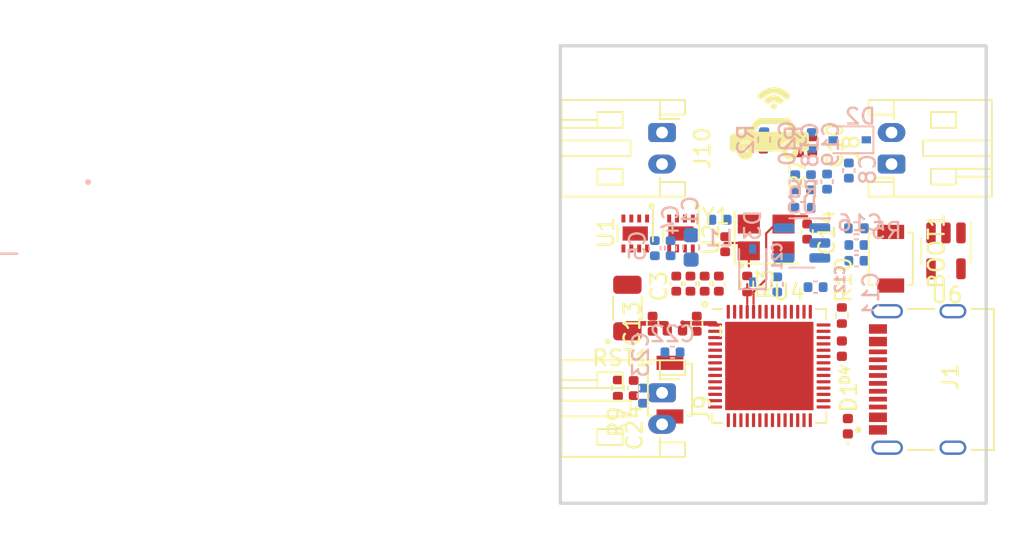
<source format=kicad_pcb>
(kicad_pcb (version 20211014) (generator pcbnew)
  (layers (0 "F.Cu" signal) (1 "In1.Cu" power) (2 "In2.Cu" signal) (31 "B.Cu" signal) (34 "B.Paste" user) (35 "F.Paste" user) (36 "B.SilkS" user "B.Silkscreen") (37 "F.SilkS" user "F.Silkscreen") (38 "B.Mask" user) (39 "F.Mask" user) (44 "Edge.Cuts" user))
  (net 0 "")
  (net 1 "/VBUS")
  (net 2 "+BATT")
  (net 3 "Net-(R5-Pad2)")
  (net 4 "GND")
  (net 5 "Net-(R6-Pad2)")
  (net 6 "Net-(J1-PadA5)")
  (net 7 "/D+")
  (net 8 "/D-")
  (net 10 "Net-(J1-PadB5)")
  (net 12 "+3V3")
  (net 13 "Net-(D4-Pad2)")
  (net 14 "Net-(R10-Pad2)")
  (net 15 "/~{RESET}")
  (net 16 "Net-(R7-Pad1)")
  (net 17 "Net-(D1-Pad1)")
  (net 18 "Net-(R3-Pad2)")
  (net 19 "Net-(C22-Pad1)")
  (net 20 "/MOTORB_OUT1")
  (net 21 "/MOTORB_OUT2")
  (net 22 "/MOTORB_IN1")
  (net 23 "/MOTORA_OUT1")
  (net 24 "/MOTORA_OUT2")
  (net 25 "/MOTORA_IN1")
  (net 26 "/VDDA")
  (net 27 "Net-(C17-Pad1)")
  (net 28 "/VDD3P3")
  (net 29 "/BOOT")
  (net 33 "/MOTORA_IN2")
  (net 34 "/MOTORB_IN2")
  (net 45 "/VDD_SPI")
  (net 65 "Net-(AE1-Pad1)")
  (net 66 "Net-(C15-Pad1)")
  (net 67 "Net-(C14-Pad2)")
  (footprint "Package_SON:WSON-8-1EP_2x2mm_P0.5mm_EP0.9x1.6mm" (layer "F.Cu") (at 178.2 109.4 -90)
    (fp_text reference "U2")
    (fp_text value "DRV8837")
  )
  (footprint "Button_Switch_SMD:SW_SPST_B3U-1000P" (layer "F.Cu") (at 177.5 119.3 90)
    (fp_text reference "RST1")
    (fp_text value "SW_Push")
  )
  (footprint "Capacitor_SMD:C_0402_1005Metric" (layer "F.Cu") (at 177.9 112.58 90)
    (fp_text reference "C3")
    (fp_text value "0.1uF")
  )
  (footprint "Package_TO_SOT_SMD:SOT-23-5" (layer "F.Cu") (at 195 110.5 -90)
    (fp_text reference "U6")
    (fp_text value "AP2112K-3.3")
  )
  (footprint "Capacitor_SMD:C_1206_3216Metric" (layer "F.Cu") (at 174.8 114.125 90)
    (fp_text reference "AE1" hide)
    (fp_text value "Antenna")
  )
  (footprint "Resistor_SMD:R_0402_1005Metric" (layer "F.Cu") (at 174.2 119.2 90)
    (fp_text reference "R9")
    (fp_text value "10k")
  )
  (footprint "Resistor_SMD:R_0402_1005Metric" (layer "F.Cu") (at 185.675 103.7825 -90)
    (fp_text reference "R7")
    (fp_text value "10k")
  )
  (footprint "Package_DFN_QFN:QFN-56-1EP_7x7mm_P0.4mm_EP5.6x5.6mm" (layer "F.Cu") (at 183.8 117.8)
    (fp_text reference "U4")
    (fp_text value "ESP32-S2")
  )
  (footprint "Capacitor_SMD:C_0402_1005Metric" (layer "F.Cu") (at 179.2 115.12 90)
    (fp_text reference "C17" hide)
    (fp_text value "1.8pF")
  )
  (footprint "Capacitor_SMD:C_0402_1005Metric" (layer "F.Cu") (at 186.525 103.7525 -90)
    (fp_text reference "C10")
    (fp_text value "0.1uF")
  )
  (footprint "Connector_JST:JST_PH_S2B-PH-K_1x02_P2.00mm_Horizontal" (layer "F.Cu") (at 177 119.5 -90)
    (fp_text reference "J9")
    (fp_text value "Conn_01x02")
  )
  (footprint "Capacitor_SMD:C_0402_1005Metric" (layer "F.Cu") (at 183.425 103.5725 -90)
    (fp_text reference "C9")
    (fp_text value "0.1uF")
  )
  (footprint "Inductor_SMD:L_0402_1005Metric" (layer "F.Cu") (at 177.815 115.55)
    (fp_text reference "L2" hide)
    (fp_text value "1.8nH")
  )
  (footprint "Capacitor_SMD:C_0402_1005Metric" (layer "F.Cu") (at 176.4 115.12 90)
    (fp_text reference "C13")
    (fp_text value "3.9pF")
  )
  (footprint "Button_Switch_SMD:SW_SPST_B3U-1000P" (layer "F.Cu") (at 191.5 111 90)
    (fp_text reference "BOOT1")
    (fp_text value "SW_Push")
  )
  (footprint "Capacitor_SMD:C_0402_1005Metric" (layer "F.Cu") (at 180.6 112.58 90)
    (fp_text reference "C2" hide)
    (fp_text value "0.1uF")
  )
  (footprint "Capacitor_SMD:C_0402_1005Metric" (layer "F.Cu") (at 181 110.08 90)
    (fp_text reference "C15" hide)
    (fp_text value "12pF")
  )
  (footprint "Crystal:Crystal_SMD_3225-4Pin_3.2x2.5mm" (layer "F.Cu") (at 183.6 109.65)
    (fp_text reference "Y1")
    (fp_text value "12pF/40MHz")
  )
  (footprint "Capacitor_SMD:C_0402_1005Metric" (layer "F.Cu") (at 186.2 109.28 90)
    (fp_text reference "C14")
    (fp_text value "12pF")
  )
  (footprint "Capacitor_SMD:C_0402_1005Metric" (layer "F.Cu") (at 175.2 119.2 -90)
    (fp_text reference "C24")
    (fp_text value "1uF")
  )
  (footprint "LED_SMD:LED_0402_1005Metric" (layer "F.Cu") (at 188.78 121.62 90)
    (fp_text reference "D1")
    (fp_text value "LED")
  )
  (footprint "kicad_footprints:HRO_TYPE-C-31-M-12" (layer "F.Cu") (at 195.439059 118.652503 90)
    (fp_text reference "J1")
    (fp_text value "TYPE-C-31-M-12")
  )
  (footprint "Connector_JST:JST_PH_S2B-PH-K_1x02_P2.00mm_Horizontal" (layer "F.Cu") (at 177 103 -90)
    (fp_text reference "J10")
    (fp_text value "Conn_01x02")
  )
  (footprint "Connector_JST:JST_PH_S2B-PH-K_1x02_P2.00mm_Horizontal" (layer "F.Cu") (at 191.55 105 90)
    (fp_text reference "J8")
    (fp_text value "Conn_01x02")
  )
  (footprint "Resistor_SMD:R_0402_1005Metric" (layer "F.Cu") (at 182.4 112.6 -90)
    (fp_text reference "R3")
    (fp_text value "0R")
  )
  (footprint "Capacitor_SMD:C_0402_1005Metric" (layer "F.Cu") (at 179.7 112.58 90)
    (fp_text reference "C7" hide)
    (fp_text value "0.1uF")
  )
  (footprint "LED_SMD:LED_0402_1005Metric" (layer "F.Cu") (at 188.4 116.7 90)
    (fp_text reference "D4")
    (fp_text value "USR_LED")
  )
  (footprint "Resistor_SMD:R_0402_1005Metric" (layer "F.Cu") (at 188.4 114.6 -90)
    (fp_text reference "R10")
    (fp_text value "1K")
  )
  (footprint "Package_SON:WSON-8-1EP_2x2mm_P0.5mm_EP0.9x1.6mm" (layer "F.Cu") (at 175.3 109.4 -90)
    (fp_text reference "U1")
    (fp_text value "DRV8837")
  )
  (footprint "Capacitor_SMD:C_0402_1005Metric" (layer "F.Cu") (at 178.8 112.58 90)
    (fp_text reference "C6" hide)
    (fp_text value "0.1uF")
  )
  (footprint "Capacitor_SMD:C_0402_1005Metric" (layer "B.Cu") (at 185.4425 106.15 90)
    (fp_text reference "C20")
    (fp_text value "1uF")
  )
  (footprint "Diode_SMD:D_SOD-323" (layer "B.Cu") (at 182.7425 111.43 90)
    (fp_text reference "D3")
    (fp_text value "D_Schottky")
  )
  (footprint "Capacitor_SMD:C_0402_1005Metric" (layer "B.Cu") (at 177.6625 116.93 180)
    (fp_text reference "C22")
    (fp_text value "1uF")
  )
  (footprint "Capacitor_SMD:C_0402_1005Metric" (layer "B.Cu") (at 175.7925 119.68 90)
    (fp_text reference "C23")
    (fp_text value "1uF")
  )
  (footprint "Capacitor_SMD:C_0402_1005Metric" (layer "B.Cu") (at 189.3225 111.13 180)
    (fp_text reference "C11")
    (fp_text value "0.1uF")
  )
  (footprint "Capacitor_SMD:C_0402_1005Metric" (layer "B.Cu") (at 184.3025 112.63 -90)
    (fp_text reference "C21")
    (fp_text value "4.7uF")
  )
  (footprint "Resistor_SMD:R_0402_1005Metric" (layer "B.Cu") (at 183.475 103.45 -90)
    (fp_text reference "R2")
    (fp_text value "5.1k")
  )
  (footprint "Resistor_SMD:R_0402_1005Metric" (layer "B.Cu") (at 186.5 103.5 -90)
    (fp_text reference "R1")
    (fp_text value "5.1k")
  )
  (footprint "Capacitor_SMD:C_0402_1005Metric" (layer "B.Cu") (at 187.4625 106.11 90)
    (fp_text reference "C19")
    (fp_text value "1uF")
  )
  (footprint "Capacitor_SMD:C_0402_1005Metric" (layer "B.Cu") (at 176.5425 110.33 -90)
    (fp_text reference "C5")
    (fp_text value "0.1uF")
  )
  (footprint "Capacitor_SMD:C_0402_1005Metric" (layer "B.Cu") (at 188.8425 105.41 -90)
    (fp_text reference "C8")
    (fp_text value "0.1uF")
  )
  (footprint "Capacitor_SMD:C_0402_1005Metric" (layer "B.Cu") (at 177.5425 110.33 -90)
    (fp_text reference "C4")
    (fp_text value "1uF")
  )
  (footprint "Package_TO_SOT_SMD:SOT-23-5" (layer "B.Cu") (at 185.8625 110 180)
    (fp_text reference "U3")
    (fp_text value "MCP73831-2-OT")
  )
  (footprint "Diode_SMD:D_SOD-323" (layer "B.Cu") (at 188.9 103.46 180)
    (fp_text reference "D2")
    (fp_text value "D_Schottky")
  )
  (footprint "Inductor_SMD:L_0402_1005Metric" (layer "B.Cu") (at 180.6275 108.53)
    (fp_text reference "L1")
    (fp_text value "2nH")
  )
  (footprint "Resistor_SMD:R_0402_1005Metric" (layer "B.Cu") (at 185.9425 107.78 180)
    (fp_text reference "R6")
    (fp_text value "2k")
  )
  (footprint "Capacitor_SMD:C_0402_1005Metric" (layer "B.Cu") (at 189.3225 110.13 180)
    (fp_text reference "C16")
    (fp_text value "1uF")
  )
  (footprint "Resistor_SMD:R_0402_1005Metric" (layer "B.Cu") (at 189.3225 109.07 180)
    (fp_text reference "R5")
    (fp_text value "470R")
  )
  (footprint "Capacitor_SMD:C_0603_1608Metric" (layer "B.Cu") (at 178.8425 110.28 -90)
    (fp_text reference "C1")
    (fp_text value "10uF")
  )
  (footprint "Capacitor_SMD:C_0402_1005Metric" (layer "B.Cu") (at 186.4425 106.15 90)
    (fp_text reference "C18")
    (fp_text value "100pF")
  )
  (footprint "Capacitor_SMD:C_0402_1005Metric" (layer "B.Cu") (at 186.7325 112.8 180)
    (fp_text reference "C12")
    (fp_text value "4.7uF")
  )
  (gr_circle (center 140.61 106.14) (end 140.63 106.16) (layer "B.SilkS") (width 0.15) (fill none))
  (gr_line (start 135.1 110.68) (end 136.12 110.68) (layer "B.SilkS") (width 0.15))
  (gr_poly (pts (xy 184.531125 102.129076) (xy 184.826671 102.133453) (xy 184.919084 102.137266) (xy 184.981953 102.142385) (xy 185.020802 102.148978) (xy 185.041153 102.157211) (xy 185.046808 102.162318) (xy 185.055043 102.171414) (xy 185.065701 102.184276) (xy 185.078619 102.200681) (xy 185.110605 102.24323) (xy 185.149725 102.297275) (xy 185.194703 102.361036) (xy 185.244265 102.432728) (xy 185.297134 102.510568) (xy 185.352035 102.592773) (xy 185.621093 102.999038) (xy 185.893921 102.999511) (xy 186.024172 102.999131) (xy 186.075997 102.999991) (xy 186.119841 103.002915) (xy 186.138976 103.005469) (xy 186.156365 103.008923) (xy 186.17209 103.013403) (xy 186.186234 103.019039) (xy 186.198879 103.025956) (xy 186.21011 103.034283) (xy 186.220008 103.044148) (xy 186.228656 103.055679) (xy 186.236139 103.069003) (xy 186.242537 103.084248) (xy 186.247935 103.101542) (xy 186.252415 103.121013) (xy 186.256061 103.142788) (xy 186.258954 103.166995) (xy 186.262817 103.223216) (xy 186.264666 103.290699) (xy 186.265166 103.370466) (xy 186.26477 103.570938) (xy 186.26477 104.062515) (xy 186.206573 104.11261) (xy 186.197011 104.12062) (xy 186.187843 104.127738) (xy 186.183325 104.130979) (xy 186.178808 104.134016) (xy 186.174261 104.136855) (xy 186.16965 104.139504) (xy 186.164943 104.141969) (xy 186.160109 104.144256) (xy 186.155114 104.146371) (xy 186.149926 104.148322) (xy 186.144513 104.150114) (xy 186.138842 104.151754) (xy 186.132882 104.153249) (xy 186.1266 104.154606) (xy 186.119963 104.155829) (xy 186.11294 104.156927) (xy 186.105497 104.157906) (xy 186.097603 104.158771) (xy 186.080331 104.160189) (xy 186.060865 104.161233) (xy 186.038946 104.161954) (xy 186.014316 104.162405) (xy 185.986716 104.162638) (xy 185.955887 104.162704) (xy 185.763397 104.162704) (xy 185.739792 104.036133) (xy 185.733766 104.007175) (xy 185.726581 103.978813) (xy 185.718264 103.951068) (xy 185.708839 103.923961) (xy 185.698334 103.897515) (xy 185.686775 103.87175) (xy 185.674188 103.846689) (xy 185.660599 103.822352) (xy 185.646034 103.798761) (xy 185.630519 103.775938) (xy 185.614081 103.753905) (xy 185.596746 103.732682) (xy 185.57854 103.712292) (xy 185.559489 103.692755) (xy 185.539619 103.674094) (xy 185.518957 103.65633) (xy 185.497528 103.639484) (xy 185.47536 103.623579) (xy 185.452478 103.608634) (xy 185.428908 103.594673) (xy 185.404676 103.581717) (xy 185.379809 103.569787) (xy 185.354333 103.558904) (xy 185.328274 103.549091) (xy 185.301658 103.540368) (xy 185.274512 103.532757) (xy 185.246862 103.526281) (xy 185.218733 103.520959) (xy 185.190152 103.516815) (xy 185.161145 103.513869) (xy 185.131739 103.512142) (xy 185.101959 103.511657) (xy 185.072577 103.512498) (xy 185.043491 103.514625) (xy 185.014735 103.518011) (xy 184.986341 103.52263) (xy 184.958343 103.528451) (xy 184.930775 103.535449) (xy 184.903669 103.543595) (xy 184.877059 103.552862) (xy 184.850979 103.563221) (xy 184.825462 103.574646) (xy 184.800541 103.587107) (xy 184.776249 103.600578) (xy 184.75262 103.615031) (xy 184.729687 103.630437) (xy 184.707484 103.64677) (xy 184.686044 103.664001) (xy 184.665401 103.682103) (xy 184.645587 103.701048) (xy 184.626635 103.720808) (xy 184.608581 103.741355) (xy 184.591456 103.762661) (xy 184.575294 103.7847) (xy 184.560128 103.807443) (xy 184.545993 103.830862) (xy 184.53292 103.854929) (xy 184.520944 103.879618) (xy 184.510098 103.904899) (xy 184.500415 103.930746) (xy 184.491929 103.95713) (xy 184.484673 103.984024) (xy 184.47868 104.0114) (xy 184.473983 104.03923) (xy 184.457687 104.152313) (xy 183.694915 104.15831) (xy 182.932129 104.164306) (xy 182.932129 104.102005) (xy 182.931355 104.085345) (xy 182.929102 104.066846) (xy 182.925469 104.046765) (xy 182.920556 104.025358) (xy 182.914462 104.002881) (xy 182.907288 103.97959) (xy 182.899133 103.955741) (xy 182.890096 103.931591) (xy 182.880279 103.907395) (xy 182.86978 103.88341) (xy 182.858699 103.859892) (xy 182.847137 103.837097) (xy 182.835192 103.815281) (xy 182.822966 103.794701) (xy 182.810557 103.775611) (xy 182.798065 103.75827) (xy 182.78593 103.743017) (xy 182.77307 103.728108) (xy 182.745303 103.699377) (xy 182.715034 103.672189) (xy 182.68253 103.64666) (xy 182.64806 103.622903) (xy 182.611891 103.601031) (xy 182.574293 103.581159) (xy 182.535532 103.5634) (xy 182.495877 103.547869) (xy 182.455596 103.534678) (xy 182.414958 103.523943) (xy 182.374231 103.515777) (xy 182.333682 103.510293) (xy 182.29358 103.507606) (xy 182.254193 103.50783) (xy 182.234852 103.509069) (xy 182.215789 103.511078) (xy 182.188799 103.51508) (xy 182.162132 103.520191) (xy 182.135816 103.526382) (xy 182.109879 103.533629) (xy 182.084347 103.541904) (xy 182.059248 103.551182) (xy 182.034609 103.561437) (xy 182.010457 103.572641) (xy 181.963723 103.597797) (xy 181.919263 103.62644) (xy 181.877295 103.658361) (xy 181.838035 103.69335) (xy 181.801702 103.731197) (xy 181.768512 103.771694) (xy 181.738682 103.81463) (xy 181.725096 103.836948) (xy 181.712431 103.859797) (xy 181.700715 103.883151) (xy 181.689975 103.906985) (xy 181.680238 103.931271) (xy 181.671532 103.955984) (xy 181.663883 103.981097) (xy 181.657318 104.006585) (xy 181.651866 104.032421) (xy 181.647552 104.058578) (xy 181.642947 104.089598) (xy 181.640723 104.102207) (xy 181.638363 104.113073) (xy 181.635728 104.12234) (xy 181.634263 104.126419) (xy 181.632676 104.130151) (xy 181.63095 104.133556) (xy 181.629067 104.13665) (xy 181.62701 104.139452) (xy 181.624761 104.141979) (xy 181.622303 104.14425) (xy 181.619618 104.146282) (xy 181.616688 104.148094) (xy 181.613496 104.149702) (xy 181.610024 104.151126) (xy 181.606255 104.152383) (xy 181.602171 104.153491) (xy 181.597755 104.154468) (xy 181.587856 104.1561) (xy 181.576416 104.157423) (xy 181.548355 104.159714) (xy 181.536226 104.160472) (xy 181.524843 104.160857) (xy 181.514134 104.160847) (xy 181.504025 104.160419) (xy 181.494444 104.159553) (xy 181.485319 104.158225) (xy 181.476577 104.156415) (xy 181.468145 104.1541) (xy 181.459951 104.151259) (xy 181.451923 104.14787) (xy 181.443988 104.143911) (xy 181.436073 104.139361) (xy 181.428106 104.134197) (xy 181.420015 104.128398) (xy 181.411726 104.121942) (xy 181.403167 104.114807) (xy 181.403335 104.113754) (xy 181.343841 104.062561) (xy 181.343841 103.646072) (xy 181.344912 103.415843) (xy 181.346823 103.340459) (xy 181.350156 103.285827) (xy 181.352476 103.264951) (xy 181.355295 103.24765) (xy 181.35866 103.233388) (xy 181.362619 103.221627) (xy 181.367219 103.211829) (xy 181.372509 103.203457) (xy 181.385345 103.188843) (xy 181.388674 103.185794) (xy 181.392408 103.18281) (xy 181.396583 103.179883) (xy 181.401241 103.177004) (xy 181.406417 103.174167) (xy 181.412153 103.171361) (xy 181.418485 103.16858) (xy 181.425453 103.165815) (xy 181.44145 103.160301) (xy 181.460451 103.154752) (xy 181.482767 103.149105) (xy 181.508705 103.143293) (xy 181.538574 103.137251) (xy 181.572683 103.130915) (xy 181.61134 103.124218) (xy 181.654854 103.117095) (xy 181.703533 103.10948) (xy 181.757687 103.10131) (xy 181.883651 103.083038) (xy 182.062821 103.055835) (xy 182.212982 103.029878) (xy 182.272266 103.018284) (xy 182.318397 103.008101) (xy 182.34829 103) (xy 182.742309 103) (xy 184 103) (xy 184.888256 102.996761) (xy 185.158465 102.993292) (xy 185.257705 102.989105) (xy 185.257751 102.989105) (xy 185.25678 102.986543) (xy 185.253932 102.981204) (xy 185.242985 102.962792) (xy 185.225677 102.935063) (xy 185.202772 102.89921) (xy 185.143238 102.807901) (xy 185.070511 102.69841) (xy 184.883285 102.418655) (xy 183.227142 102.418655) (xy 183.022598 102.662002) (xy 182.867021 102.847782) (xy 182.780212 102.952698) (xy 182.742309 103) (xy 182.34829 103) (xy 182.349406 102.999697) (xy 182.358625 102.996277) (xy 182.363327 102.993438) (xy 182.397243 102.953599) (xy 182.472652 102.863271) (xy 182.703354 102.584778) (xy 182.829745 102.432761) (xy 182.939441 102.302818) (xy 183.020683 102.20874) (xy 183.046957 102.179462) (xy 183.061706 102.164322) (xy 183.0654 102.16127) (xy 183.069468 102.158393) (xy 183.074047 102.155685) (xy 183.079276 102.153141) (xy 183.085293 102.150756) (xy 183.092237 102.148525) (xy 183.100246 102.146442) (xy 183.109458 102.144503) (xy 183.120011 102.142703) (xy 183.132045 102.141036) (xy 183.145696 102.139498) (xy 183.161105 102.138083) (xy 183.178408 102.136787) (xy 183.197744 102.135604) (xy 183.243068 102.133558) (xy 183.298185 102.131904) (xy 183.364201 102.130603) (xy 183.442222 102.129612) (xy 183.533354 102.128893) (xy 183.638705 102.128404) (xy 183.759381 102.128105) (xy 184.051132 102.127914)) (layer "F.SilkS") (width 0.1) (fill solid))
  (gr_poly (pts (xy 182.3056 103.648378) (xy 182.334364 103.650618) (xy 182.36308 103.654564) (xy 182.391679 103.660226) (xy 182.420092 103.667613) (xy 182.44825 103.676734) (xy 182.476084 103.687596) (xy 182.503525 103.70021) (xy 182.530505 103.714585) (xy 182.556954 103.730728) (xy 182.582804 103.74865) (xy 182.607985 103.768358) (xy 182.632429 103.789862) (xy 182.656067 103.813171) (xy 182.672451 103.83102) (xy 182.687674 103.849188) (xy 182.70175 103.867711) (xy 182.714692 103.886623) (xy 182.726513 103.905961) (xy 182.737228 103.925761) (xy 182.746849 103.946056) (xy 182.75539 103.966884) (xy 182.762864 103.98828) (xy 182.769284 104.010278) (xy 182.774665 104.032915) (xy 182.779019 104.056226) (xy 182.78236 104.080247) (xy 182.784701 104.105013) (xy 182.786056 104.130559) (xy 182.786438 104.156921) (xy 182.785773 104.184113) (xy 182.783974 104.210531) (xy 182.781023 104.236214) (xy 182.776905 104.261198) (xy 182.771603 104.285521) (xy 182.7651 104.309223) (xy 182.757379 104.332339) (xy 182.748424 104.35491) (xy 182.738219 104.376971) (xy 182.726746 104.398562) (xy 182.71399 104.41972) (xy 182.699933 104.440482) (xy 182.68456 104.460888) (xy 182.667852 104.480974) (xy 182.649795 104.500779) (xy 182.630371 104.52034) (xy 182.604592 104.543502) (xy 182.577264 104.564656) (xy 182.54854 104.583769) (xy 182.518571 104.600807) (xy 182.487509 104.615738) (xy 182.455507 104.628529) (xy 182.422716 104.639146) (xy 182.38929 104.647558) (xy 182.355379 104.653731) (xy 182.321135 104.657632) (xy 182.286712 104.659228) (xy 182.252261 104.658486) (xy 182.217934 104.655374) (xy 182.183883 104.649859) (xy 182.15026 104.641906) (xy 182.117218 104.631485) (xy 182.090573 104.62112) (xy 182.06487 104.609412) (xy 182.04013 104.596419) (xy 182.016377 104.582197) (xy 181.993632 104.566806) (xy 181.971917 104.5503) (xy 181.951255 104.532739) (xy 181.931667 104.514179) (xy 181.913176 104.494678) (xy 181.895804 104.474293) (xy 181.879574 104.453082) (xy 181.864506 104.431101) (xy 181.850625 104.408408) (xy 181.837951 104.385061) (xy 181.826506 104.361117) (xy 181.816314 104.336633) (xy 181.807397 104.311667) (xy 181.799775 104.286276) (xy 181.793472 104.260517) (xy 181.78851 104.234448) (xy 181.784911 104.208125) (xy 181.782697 104.181608) (xy 181.78189 104.154951) (xy 181.78195 104.152359) (xy 182.080887 104.152359) (xy 182.081213 104.169722) (xy 182.082208 104.186103) (xy 182.083896 104.201548) (xy 182.086302 104.216103) (xy 182.089449 104.229812) (xy 182.093363 104.242723) (xy 182.098067 104.254881) (xy 182.103586 104.266332) (xy 182.109944 104.277122) (xy 182.117166 104.287297) (xy 182.125275 104.296903) (xy 182.134297 104.305985) (xy 182.144255 104.31459) (xy 182.155174 104.322763) (xy 182.167078 104.33055) (xy 182.179992 104.337997) (xy 182.193449 104.344897) (xy 182.206758 104.350896) (xy 182.219939 104.355994) (xy 182.233014 104.36019) (xy 182.246004 104.363484) (xy 182.258929 104.365874) (xy 182.271811 104.367361) (xy 182.284671 104.367944) (xy 182.29753 104.367623) (xy 182.310409 104.366396) (xy 182.323329 104.364264) (xy 182.336312 104.361225) (xy 182.349377 104.35728) (xy 182.362546 104.352427) (xy 182.375841 104.346666) (xy 182.389282 104.339996) (xy 182.389373 104.34082) (xy 182.399742 104.335036) (xy 182.4096 104.32869) (xy 182.418942 104.321811) (xy 182.427765 104.314428) (xy 182.436063 104.306569) (xy 182.443831 104.298264) (xy 182.451064 104.289542) (xy 182.457758 104.280432) (xy 182.463907 104.270962) (xy 182.469506 104.261161) (xy 182.474551 104.251059) (xy 182.479036 104.240685) (xy 182.482957 104.230067) (xy 182.486309 104.219234) (xy 182.489087 104.208215) (xy 182.491285 104.19704) (xy 182.492899 104.185737) (xy 182.493925 104.174336) (xy 182.494356 104.162864) (xy 182.494189 104.151352) (xy 182.493418 104.139827) (xy 182.492038 104.12832) (xy 182.490045 104.116859) (xy 182.487433 104.105472) (xy 182.484198 104.09419) (xy 182.480334 104.08304) (xy 182.475837 104.072052) (xy 182.470701 104.061255) (xy 182.464923 104.050678) (xy 182.458497 104.040349) (xy 182.451417 104.030298) (xy 182.44368 104.020553) (xy 182.43746 104.013393) (xy 182.431139 104.006576) (xy 182.424717 104.000103) (xy 182.418195 103.993972) (xy 182.411574 103.988186) (xy 182.404856 103.982743) (xy 182.39804 103.977644) (xy 182.391129 103.972889) (xy 182.384122 103.968478) (xy 182.377022 103.964412) (xy 182.369828 103.960691) (xy 182.362542 103.957315) (xy 182.355165 103.954285) (xy 182.347697 103.951599) (xy 182.34014 103.949259) (xy 182.332494 103.947265) (xy 182.324762 103.945617) (xy 182.316942 103.944316) (xy 182.309037 103.94336) (xy 182.301047 103.942751) (xy 182.292974 103.942489) (xy 182.284818 103.942574) (xy 182.27658 103.943007) (xy 182.268261 103.943786) (xy 182.259862 103.944914) (xy 182.251384 103.946389) (xy 182.242829 103.948212) (xy 182.234196 103.950383) (xy 182.225487 103.952903) (xy 182.216703 103.955771) (xy 182.207845 103.958988) (xy 182.198913 103.962555) (xy 182.183333 103.969505) (xy 182.169006 103.976855) (xy 182.162303 103.980697) (xy 182.1559 103.984659) (xy 182.149793 103.988748) (xy 182.143979 103.992971) (xy 182.138452 103.997335) (xy 182.133209 104.001847) (xy 182.128244 104.006514) (xy 182.123555 104.011342) (xy 182.119137 104.016338) (xy 182.114984 104.02151) (xy 182.111094 104.026863) (xy 182.107462 104.032406) (xy 182.104083 104.038144) (xy 182.100953 104.044084) (xy 182.098067 104.050234) (xy 182.095423 104.056601) (xy 182.093014 104.06319) (xy 182.090838 104.07001) (xy 182.088889 104.077066) (xy 182.087164 104.084366) (xy 182.085658 104.091916) (xy 182.084366 104.099724) (xy 182.083285 104.107796) (xy 182.08241 104.116139) (xy 182.081262 104.133666) (xy 182.080887 104.152359) (xy 181.78195 104.152359) (xy 181.782512 104.128214) (xy 181.784587 104.101454) (xy 181.788135 104.074727) (xy 181.793178 104.048092) (xy 181.79974 104.021605) (xy 181.807843 103.995323) (xy 181.817508 103.969306) (xy 181.828757 103.943608) (xy 181.841613 103.918289) (xy 181.858196 103.889789) (xy 181.87604 103.862828) (xy 181.895076 103.837413) (xy 181.915236 103.813553) (xy 181.936451 103.791258) (xy 181.958651 103.770536) (xy 181.981769 103.751397) (xy 182.005734 103.733849) (xy 182.030478 103.7179) (xy 182.055932 103.703561) (xy 182.082028 103.69084) (xy 182.108695 103.679745) (xy 182.135866 103.670286) (xy 182.163471 103.662471) (xy 182.191442 103.65631) (xy 182.219709 103.651811) (xy 182.248204 103.648984) (xy 182.276857 103.647836)) (layer "F.SilkS") (width 0.1) (fill solid))
  (gr_circle (center 179.7 113.89) (end 179.75 113.94) (layer "F.SilkS") (width 0.15) (fill none))
  (gr_circle (center 179.22 107.66) (end 179.25 107.68) (layer "F.SilkS") (width 0.15) (fill none))
  (gr_poly (pts (xy 184.093057 101.192456) (xy 184.103429 101.193531) (xy 184.113779 101.195392) (xy 184.12406 101.198052) (xy 184.134229 101.201526) (xy 184.144238 101.205826) (xy 184.154045 101.210969) (xy 184.163602 101.216966) (xy 184.172865 101.223832) (xy 184.18179 101.231582) (xy 184.19033 101.240228) (xy 184.19844 101.249786) (xy 184.203109 101.255976) (xy 184.207422 101.262224) (xy 184.21138 101.268522) (xy 184.214984 101.274867) (xy 184.218235 101.281251) (xy 184.221132 101.28767) (xy 184.223678 101.294117) (xy 184.225872 101.300587) (xy 184.227715 101.307075) (xy 184.229208 101.313574) (xy 184.230352 101.320078) (xy 184.231147 101.326583) (xy 184.231594 101.333083) (xy 184.231693 101.339571) (xy 184.231445 101.346042) (xy 184.230852 101.352491) (xy 184.229913 101.358912) (xy 184.228629 101.365298) (xy 184.227001 101.371645) (xy 184.22503 101.377946) (xy 184.222716 101.384196) (xy 184.22006 101.39039) (xy 184.217063 101.396521) (xy 184.213725 101.402584) (xy 184.210046 101.408573) (xy 184.206029 101.414483) (xy 184.201673 101.420307) (xy 184.196978 101.426041) (xy 184.191947 101.431678) (xy 184.186579 101.437212) (xy 184.180874 101.442639) (xy 184.174835 101.447952) (xy 184.165632 101.455322) (xy 184.156525 101.461793) (xy 184.147484 101.46737) (xy 184.14298 101.469823) (xy 184.13848 101.472053) (xy 184.133982 101.47406) (xy 184.129481 101.475845) (xy 184.124975 101.477408) (xy 184.120459 101.47875) (xy 184.115929 101.479869) (xy 184.111383 101.480768) (xy 184.106815 101.481446) (xy 184.102222 101.481903) (xy 184.097601 101.48214) (xy 184.092948 101.482156) (xy 184.088258 101.481954) (xy 184.083529 101.481531) (xy 184.078756 101.48089) (xy 184.073936 101.48003) (xy 184.069065 101.478951) (xy 184.064139 101.477654) (xy 184.059155 101.476139) (xy 184.054108 101.474406) (xy 184.043812 101.470289) (xy 184.033222 101.465306) (xy 184.022308 101.459457) (xy 184.022339 101.459488) (xy 184.012005 101.453403) (xy 184.002649 101.447397) (xy 183.994227 101.44139) (xy 183.990354 101.438361) (xy 183.986697 101.435301) (xy 183.983252 101.432201) (xy 183.980014 101.42905) (xy 183.976976 101.425839) (xy 183.974134 101.422556) (xy 183.971482 101.419193) (xy 183.969014 101.41574) (xy 183.966726 101.412185) (xy 183.964611 101.40852) (xy 183.962664 101.404733) (xy 183.96088 101.400816) (xy 183.959253 101.396757) (xy 183.957778 101.392547) (xy 183.95645 101.388176) (xy 183.955262 101.383634) (xy 183.95421 101.378911) (xy 183.953288 101.373996) (xy 183.95249 101.36888) (xy 183.951812 101.363552) (xy 183.95079 101.352223) (xy 183.950179 101.339927) (xy 183.949936 101.326584) (xy 183.950355 101.31439) (xy 183.9517 101.302688) (xy 183.953925 101.291493) (xy 183.956986 101.280817) (xy 183.960837 101.270676) (xy 183.965433 101.261083) (xy 183.970729 101.252053) (xy 183.97668 101.243598) (xy 183.98324 101.235733) (xy 183.990364 101.228472) (xy 183.998007 101.221829) (xy 184.006125 101.215818) (xy 184.014671 101.210453) (xy 184.023601 101.205747) (xy 184.032869 101.201716) (xy 184.042431 101.198372) (xy 184.05224 101.195729) (xy 184.062253 101.193803) (xy 184.072423 101.192605) (xy 184.082706 101.192152)) (layer "F.SilkS") (width 0.1) (fill solid))
  (gr_poly (pts (xy 184.125005 100.681871) (xy 184.145014 100.683016) (xy 184.164413 100.685043) (xy 184.200646 100.690889) (xy 184.237535 100.699013) (xy 184.274771 100.709244) (xy 184.312047 100.72141) (xy 184.349055 100.73534) (xy 184.385486 100.750862) (xy 184.421034 100.767804) (xy 184.455389 100.785995) (xy 184.488244 100.805264) (xy 184.519291 100.825437) (xy 184.548222 100.846345) (xy 184.574729 100.867815) (xy 184.598504 100.889676) (xy 184.61924 100.911756) (xy 184.636628 100.933883) (xy 184.65036 100.955887) (xy 184.654447 100.963705) (xy 184.65782 100.97085) (xy 184.659222 100.974209) (xy 184.660424 100.977444) (xy 184.661419 100.980572) (xy 184.662202 100.983606) (xy 184.662764 100.986563) (xy 184.663099 100.989457) (xy 184.6632 100.992302) (xy 184.66306 100.995115) (xy 184.662671 100.99791) (xy 184.662028 101.000702) (xy 184.661124 101.003507) (xy 184.65995 101.006338) (xy 184.658501 101.009211) (xy 184.656769 101.012142) (xy 184.654747 101.015145) (xy 184.652429 101.018235) (xy 184.649807 101.021427) (xy 184.646875 101.024737) (xy 184.643625 101.028178) (xy 184.640052 101.031767) (xy 184.631903 101.039447) (xy 184.622374 101.047896) (xy 184.611409 101.057234) (xy 184.598953 101.067581) (xy 184.581588 101.081524) (xy 184.565441 101.09362) (xy 184.550316 101.103869) (xy 184.543076 101.108303) (xy 184.536019 101.112277) (xy 184.529119 101.115791) (xy 184.522354 101.118845) (xy 184.515698 101.121441) (xy 184.509126 101.123578) (xy 184.502616 101.125256) (xy 184.496141 101.126477) (xy 184.489679 101.12724) (xy 184.483204 101.127546) (xy 184.476692 101.127395) (xy 184.470118 101.126788) (xy 184.463459 101.125725) (xy 184.45669 101.124207) (xy 184.449787 101.122233) (xy 184.442724 101.119804) (xy 184.435479 101.116921) (xy 184.428025 101.113584) (xy 184.42034 101.109793) (xy 184.412399 101.105549) (xy 184.395649 101.095703) (xy 184.377582 101.084048) (xy 184.358001 101.070587) (xy 184.326384 101.049692) (xy 184.294244 101.031555) (xy 184.261659 101.016176) (xy 184.228706 101.003556) (xy 184.195462 100.993695) (xy 184.162005 100.986595) (xy 184.12841 100.982256) (xy 184.094755 100.980678) (xy 184.061117 100.981864) (xy 184.027573 100.985813) (xy 183.9942 100.992526) (xy 183.961075 101.002004) (xy 183.928275 101.014248) (xy 183.895877 101.029258) (xy 183.863958 101.047035) (xy 183.832596 101.067581) (xy 183.813322 101.080902) (xy 183.795608 101.09252) (xy 183.77926 101.102451) (xy 183.764083 101.110706) (xy 183.756872 101.114211) (xy 183.749882 101.117301) (xy 183.743086 101.11998) (xy 183.736462 101.122249) (xy 183.729984 101.12411) (xy 183.723628 101.125564) (xy 183.717371 101.126614) (xy 183.711187 101.12726) (xy 183.705053 101.127505) (xy 183.698943 101.12735) (xy 183.692834 101.126797) (xy 183.686701 101.125848) (xy 183.680521 101.124505) (xy 183.674268 101.122768) (xy 183.667918 101.120641) (xy 183.661447 101.118124) (xy 183.648045 101.11193) (xy 183.633866 101.104199) (xy 183.618717 101.094945) (xy 183.602401 101.084183) (xy 183.602356 101.083313) (xy 183.587276 101.072824) (xy 183.573894 101.062899) (xy 183.562176 101.053453) (xy 183.556931 101.048882) (xy 183.552089 101.044397) (xy 183.547648 101.039989) (xy 183.543601 101.035645) (xy 183.539947 101.031356) (xy 183.536679 101.027111) (xy 183.533795 101.022898) (xy 183.53129 101.018706) (xy 183.52916 101.014526) (xy 183.527401 101.010345) (xy 183.526008 101.006154) (xy 183.524979 101.00194) (xy 183.524308 100.997695) (xy 183.523992 100.993405) (xy 183.524026 100.989061) (xy 183.524406 100.984652) (xy 183.525129 100.980167) (xy 183.52619 100.975595) (xy 183.527584 100.970925) (xy 183.529309 100.966147) (xy 183.53136 100.961249) (xy 183.533732 100.95622) (xy 183.536422 100.951051) (xy 183.539425 100.945729) (xy 183.546356 100.934585) (xy 183.556059 100.920807) (xy 183.566997 100.907167) (xy 183.579107 100.893689) (xy 183.59233 100.880398) (xy 183.606603 100.86732) (xy 183.621865 100.854478) (xy 183.655109 100.829606) (xy 183.691571 100.805978) (xy 183.730759 100.783795) (xy 183.772182 100.763254) (xy 183.815347 100.744554) (xy 183.859764 100.727894) (xy 183.90494 100.713471) (xy 183.950384 100.701485) (xy 183.995604 100.692133) (xy 184.040109 100.685615) (xy 184.083407 100.682128) (xy 184.104449 100.681583)) (layer "F.SilkS") (width 0.1) (fill solid))
  (gr_circle (center 176.34 107.66) (end 176.37 107.69) (layer "F.SilkS") (width 0.15) (fill none))
  (gr_line (start 180.7025 115.28) (end 180.7025 115.88) (layer "F.SilkS") (width 0.15))
  (gr_poly (pts (xy 185.138614 103.648525) (xy 185.167883 103.651347) (xy 185.196916 103.655918) (xy 185.225639 103.662223) (xy 185.253975 103.670247) (xy 185.281849 103.679977) (xy 185.309184 103.691399) (xy 185.335904 103.704497) (xy 185.361933 103.719257) (xy 185.387196 103.735666) (xy 185.411616 103.753709) (xy 185.435117 103.773371) (xy 185.457624 103.794638) (xy 185.47906 103.817497) (xy 185.499349 103.841932) (xy 185.518416 103.86793) (xy 185.536184 103.895476) (xy 185.552577 103.924555) (xy 185.56752 103.955154) (xy 185.5824 103.991813) (xy 185.594013 104.028597) (xy 185.602464 104.065393) (xy 185.607856 104.10209) (xy 185.610295 104.138574) (xy 185.609885 104.174733) (xy 185.60673 104.210454) (xy 185.600934 104.245625) (xy 185.592602 104.280131) (xy 185.581839 104.313862) (xy 185.568748 104.346704) (xy 185.553433 104.378545) (xy 185.536001 104.409271) (xy 185.516554 104.438771) (xy 185.495197 104.466931) (xy 185.472034 104.493639) (xy 185.447171 104.518782) (xy 185.42071 104.542247) (xy 185.392757 104.563922) (xy 185.363417 104.583694) (xy 185.332792 104.60145) (xy 185.300988 104.617078) (xy 185.26811 104.630464) (xy 185.234261 104.641497) (xy 185.199546 104.650064) (xy 185.164069 104.656051) (xy 185.127934 104.659346) (xy 185.091247 104.659837) (xy 185.054111 104.65741) (xy 185.016631 104.651954) (xy 184.978911 104.643355) (xy 184.941055 104.6315) (xy 184.941055 104.631485) (xy 184.908796 104.618794) (xy 184.878013 104.604331) (xy 184.848726 104.588185) (xy 184.820957 104.570449) (xy 184.794727 104.551216) (xy 184.770059 104.530575) (xy 184.746972 104.50862) (xy 184.72549 104.485441) (xy 184.705632 104.461131) (xy 184.687421 104.435781) (xy 184.670878 104.409483) (xy 184.656025 104.382328) (xy 184.642883 104.354409) (xy 184.631472 104.325816) (xy 184.621816 104.296642) (xy 184.613935 104.266979) (xy 184.607851 104.236918) (xy 184.603585 104.20655) (xy 184.601158 104.175968) (xy 184.600779 104.155423) (xy 184.891642 104.155423) (xy 184.892059 104.163625) (xy 184.893099 104.171859) (xy 184.894771 104.180246) (xy 184.897086 104.188908) (xy 184.900055 104.197967) (xy 184.903687 104.207545) (xy 184.907993 104.217765) (xy 184.912984 104.228748) (xy 184.91867 104.240616) (xy 184.92559 104.253948) (xy 184.932927 104.266576) (xy 184.940664 104.278495) (xy 184.948779 104.289701) (xy 184.957253 104.300191) (xy 184.966067 104.309962) (xy 184.9752 104.31901) (xy 184.984632 104.327331) (xy 184.994345 104.334922) (xy 185.004317 104.341779) (xy 185.01453 104.347899) (xy 185.024963 104.353278) (xy 185.035597 104.357913) (xy 185.046412 104.361799) (xy 185.057387 104.364935) (xy 185.068504 104.367315) (xy 185.079742 104.368937) (xy 185.091082 104.369796) (xy 185.102504 104.36989) (xy 185.113988 104.369215) (xy 185.125514 104.367767) (xy 185.137062 104.365543) (xy 185.148613 104.362539) (xy 185.160146 104.358751) (xy 185.171643 104.354176) (xy 185.183083 104.348811) (xy 185.194446 104.342652) (xy 185.205713 104.335695) (xy 185.216864 104.327937) (xy 185.227878 104.319374) (xy 185.238737 104.310003) (xy 185.24942 104.29982) (xy 185.249435 104.29982) (xy 185.257786 104.291194) (xy 185.265626 104.282529) (xy 185.272956 104.273827) (xy 185.279775 104.265092) (xy 185.286083 104.256326) (xy 185.291881 104.247531) (xy 185.297167 104.23871) (xy 185.301943 104.229865) (xy 185.306207 104.220999) (xy 185.30996 104.212115) (xy 185.313201 104.203214) (xy 185.315931 104.1943) (xy 185.318149 104.185375) (xy 185.319856 104.176441) (xy 185.321051 104.167501) (xy 185.321733 104.158558) (xy 185.321904 104.149613) (xy 185.321562 104.140671) (xy 185.320708 104.131732) (xy 185.319342 104.1228) (xy 185.317463 104.113877) (xy 185.315072 104.104965) (xy 185.312168 104.096068) (xy 185.308751 104.087187) (xy 185.304821 104.078326) (xy 185.300378 104.069486) (xy 185.295421 104.06067) (xy 185.289952 104.051881) (xy 185.283969 104.043122) (xy 185.277473 104.034394) (xy 185.270463 104.025701) (xy 185.262939 104.017044) (xy 185.252079 104.005723) (xy 185.240801 103.995357) (xy 185.229143 103.985938) (xy 185.217147 103.977457) (xy 185.204851 103.969906) (xy 185.192296 103.963278) (xy 185.179522 103.957564) (xy 185.166568 103.952757) (xy 185.153473 103.948849) (xy 185.140279 103.945831) (xy 185.127024 103.943696) (xy 185.113749 103.942436) (xy 185.100494 103.942042) (xy 185.087297 103.942507) (xy 185.0742 103.943823) (xy 185.061241 103.945982) (xy 185.048461 103.948975) (xy 185.035899 103.952796) (xy 185.023596 103.957435) (xy 185.011591 103.962885) (xy 184.999923 103.969138) (xy 184.988634 103.976186) (xy 184.977762 103.984022) (xy 184.967347 103.992636) (xy 184.957429 104.002021) (xy 184.948049 104.012169) (xy 184.939245 104.023073) (xy 184.931058 104.034723) (xy 184.923528 104.047113) (xy 184.916693 104.060234) (xy 184.910595 104.074079) (xy 184.905273 104.088638) (xy 184.901625 104.100037) (xy 184.898526 104.110612) (xy 184.895988 104.120488) (xy 184.89402 104.129785) (xy 184.892632 104.138625) (xy 184.891836 104.14713) (xy 184.891642 104.155423) (xy 184.600779 104.155423) (xy 184.600592 104.145263) (xy 184.601909 104.114527) (xy 184.60513 104.083851) (xy 184.610276 104.053328) (xy 184.617368 104.023048) (xy 184.626429 103.993104) (xy 184.637479 103.963588) (xy 184.650541 103.93459) (xy 184.665635 103.906204) (xy 184.682783 103.878519) (xy 184.702006 103.851629) (xy 184.723326 103.825625) (xy 184.746765 103.800598) (xy 184.77134 103.777441) (xy 184.796745 103.756234) (xy 184.822903 103.73696) (xy 184.849738 103.719606) (xy 184.877174 103.704159) (xy 184.905135 103.690602) (xy 184.933546 103.678923) (xy 184.96233 103.669106) (xy 184.991411 103.661138) (xy 185.020713 103.655004) (xy 185.05016 103.65069) (xy 185.079677 103.648182) (xy 185.109187 103.647465)) (layer "F.SilkS") (width 0.1) (fill solid))
  (gr_circle (center 182.03 111.43) (end 182.05 111.44) (layer "F.SilkS") (width 0.15) (fill none))
  (gr_circle (center 173.56 116.24) (end 173.65 116.29) (layer "F.SilkS") (width 0.15) (fill none))
  (gr_poly (pts (xy 184.229227 100.185865) (xy 184.327857 100.200717) (xy 184.42494 100.223699) (xy 184.520021 100.254763) (xy 184.612647 100.29386) (xy 184.702365 100.34094) (xy 184.788719 100.395954) (xy 184.871257 100.458852) (xy 184.949524 100.529587) (xy 184.978051 100.558133) (xy 185.004671 100.585725) (xy 185.028801 100.611692) (xy 185.049854 100.635362) (xy 185.067247 100.656063) (xy 185.080394 100.673123) (xy 185.085193 100.680078) (xy 185.088711 100.685871) (xy 185.090876 100.690417) (xy 185.091613 100.693634) (xy 185.091378 100.696582) (xy 185.090682 100.699792) (xy 185.089542 100.703247) (xy 185.087974 100.706932) (xy 185.085996 100.710832) (xy 185.083624 100.714929) (xy 185.077764 100.723657) (xy 185.070526 100.732991) (xy 185.062044 100.742803) (xy 185.052449 100.752969) (xy 185.041874 100.763363) (xy 185.030451 100.773858) (xy 185.018315 100.78433) (xy 185.005596 100.794652) (xy 184.992428 100.804699) (xy 184.978942 100.814344) (xy 184.965273 100.823462) (xy 184.951552 100.831928) (xy 184.937912 100.839615) (xy 184.928789 100.84437) (xy 184.924543 100.84644) (xy 184.92047 100.848285) (xy 184.916542 100.849894) (xy 184.912731 100.85125) (xy 184.90901 100.852342) (xy 184.905351 100.853154) (xy 184.901725 100.853673) (xy 184.898105 100.853885) (xy 184.894463 100.853777) (xy 184.890771 100.853334) (xy 184.887002 100.852543) (xy 184.883126 100.851389) (xy 184.879118 100.84986) (xy 184.874948 100.84794) (xy 184.870589 100.845617) (xy 184.866013 100.842876) (xy 184.861193 100.839704) (xy 184.856099 100.836087) (xy 184.850705 100.832011) (xy 184.844983 100.827461) (xy 184.838904 100.822425) (xy 184.832441 100.816889) (xy 184.818251 100.804258) (xy 184.80219 100.78946) (xy 184.784036 100.772382) (xy 184.763565 100.752914) (xy 184.726599 100.719149) (xy 184.688787 100.687529) (xy 184.650186 100.658054) (xy 184.610852 100.630726) (xy 184.570842 100.605543) (xy 184.530212 100.582508) (xy 184.489018 100.561621) (xy 184.447319 100.542883) (xy 184.405169 100.526293) (xy 184.362626 100.511853) (xy 184.319747 100.499563) (xy 184.276587 100.489424) (xy 184.233204 100.481436) (xy 184.189654 100.4756) (xy 184.145994 100.471917) (xy 184.102279 100.470386) (xy 184.058568 100.47101) (xy 184.014916 100.473788) (xy 183.97138 100.47872) (xy 183.928017 100.485808) (xy 183.884883 100.495053) (xy 183.842035 100.506454) (xy 183.79953 100.520012) (xy 183.757423 100.535728) (xy 183.715772 100.553603) (xy 183.674633 100.573636) (xy 183.634063 100.59583) (xy 183.594119 100.620183) (xy 183.554856 100.646698) (xy 183.516332 100.675374) (xy 183.478603 100.706211) (xy 183.441726 100.739212) (xy 183.415056 100.763759) (xy 183.389381 100.786664) (xy 183.36532 100.807425) (xy 183.34349 100.825538) (xy 183.32451 100.840502) (xy 183.308998 100.851813) (xy 183.302735 100.855942) (xy 183.297571 100.858968) (xy 183.293583 100.860831) (xy 183.290847 100.861465) (xy 183.289701 100.861384) (xy 183.288345 100.861142) (xy 183.285035 100.860195) (xy 183.280971 100.858655) (xy 183.276208 100.856553) (xy 183.270801 100.853922) (xy 183.264805 100.850792) (xy 183.258275 100.847196) (xy 183.251264 100.843166) (xy 183.243829 100.838733) (xy 183.236023 100.833928) (xy 183.227902 100.828783) (xy 183.21952 100.823331) (xy 183.210932 100.817602) (xy 183.202192 100.811628) (xy 183.193356 100.805441) (xy 183.184478 100.799072) (xy 183.184524 100.798965) (xy 183.175761 100.792442) (xy 183.16724 100.785801) (xy 183.159004 100.77909) (xy 183.1511 100.772355) (xy 183.143572 100.765643) (xy 183.136464 100.759001) (xy 183.129821 100.752477) (xy 183.123687 100.746116) (xy 183.118108 100.739967) (xy 183.113128 100.734075) (xy 183.108792 100.728489) (xy 183.105144 100.723254) (xy 183.102229 100.718418) (xy 183.100091 100.714028) (xy 183.098776 100.71013) (xy 183.09844 100.70838) (xy 183.098327 100.706772) (xy 183.098952 100.701633) (xy 183.100788 100.695572) (xy 183.103779 100.688646) (xy 183.107869 100.680912) (xy 183.119118 100.663243) (xy 183.134083 100.643019) (xy 183.152312 100.620692) (xy 183.173352 100.596713) (xy 183.196753 100.571537) (xy 183.222061 100.545614) (xy 183.248824 100.519398) (xy 183.276591 100.493341) (xy 183.30491 100.467895) (xy 183.333327 100.443514) (xy 183.361392 100.420649) (xy 183.388652 100.399753) (xy 183.414655 100.381278) (xy 183.438949 100.365677) (xy 183.533618 100.313708) (xy 183.63037 100.270264) (xy 183.728753 100.235296) (xy 183.828311 100.208754) (xy 183.928591 100.190589) (xy 184.02914 100.180752) (xy 184.129503 100.179194)) (layer "F.SilkS") (width 0.1) (fill solid))
  (gr_rect (start 170.55 97.5) (end 197.55 126.5) (layer "Edge.Cuts") (width 0.2) (fill none))
  (segment locked (start 182.4 113.8625) (end 182.4 112.61) (width 0.135) (layer "F.Cu") (net 18))
  (segment (start 178.3 115.05) (end 178.347814 115.097814) (width 0.29337) (layer "F.Cu") (net 27))
  (segment (start 178.347814 115.097814) (end 179.197814 115.097814) (width 0.29337) (layer "F.Cu") (net 27))
  (segment locked (start 180.3625 115.1) (end 179.2 115.1) (width 0.29337) (layer "F.Cu") (net 27))
  (segment (start 179.197814 115.097814) (end 179.2 115.1) (width 0.29337) (layer "F.Cu") (net 27))
  (segment locked (start 177.286211 115.093789) (end 176.406211 115.093789) (width 0.29337) (layer "F.Cu") (net 65))
  (segment locked (start 176.4 115.1) (end 174.8 115.1) (width 0.29337) (layer "F.Cu") (net 65))
  (segment locked (start 182.5 110) (end 180.96 110) (width 0.135) (layer "F.Cu") (net 66))
  (segment locked (start 182.5 111.49) (end 182.5 110) (width 0.135) (layer "F.Cu") (net 66))
  (segment locked (start 184.7 108.3) (end 183.6 109.4) (width 0.135) (layer "F.Cu") (net 67))
  (segment locked (start 183.6 112.3) (end 182.8 113.1) (width 0.135) (layer "F.Cu") (net 67))
  (segment locked (start 182.8 113.1) (end 182.8 113.8625) (width 0.135) (layer "F.Cu") (net 67))
  (segment locked (start 186.2 108.3) (end 184.7 108.3) (width 0.135) (layer "F.Cu") (net 67))
  (segment locked (start 183.6 109.4) (end 183.6 112.3) (width 0.135) (layer "F.Cu") (net 67))
)
</source>
